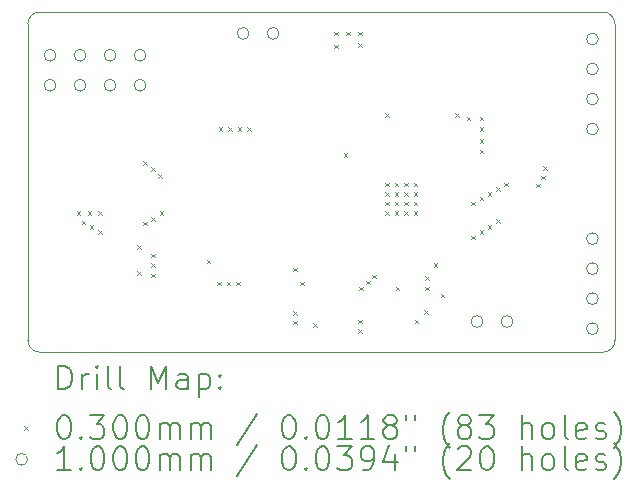
<source format=gbr>
%TF.GenerationSoftware,KiCad,Pcbnew,8.0.4*%
%TF.CreationDate,2024-07-21T22:14:21+02:00*%
%TF.ProjectId,koyomi-keyboard-adapter,6b6f796f-6d69-42d6-9b65-79626f617264,rev?*%
%TF.SameCoordinates,Original*%
%TF.FileFunction,Drillmap*%
%TF.FilePolarity,Positive*%
%FSLAX45Y45*%
G04 Gerber Fmt 4.5, Leading zero omitted, Abs format (unit mm)*
G04 Created by KiCad (PCBNEW 8.0.4) date 2024-07-21 22:14:21*
%MOMM*%
%LPD*%
G01*
G04 APERTURE LIST*
%ADD10C,0.050000*%
%ADD11C,0.200000*%
%ADD12C,0.100000*%
G04 APERTURE END LIST*
D10*
X1320000Y-1220000D02*
X6090000Y-1220000D01*
X6090000Y-4100000D02*
X1320000Y-4100000D01*
X6090000Y-1220000D02*
G75*
G02*
X6190000Y-1320000I0J-100000D01*
G01*
X1220000Y-4000000D02*
X1220000Y-1320000D01*
X6190000Y-1320000D02*
X6190000Y-4000000D01*
X6190000Y-4000000D02*
G75*
G02*
X6090000Y-4100000I-100000J0D01*
G01*
X1320000Y-4100000D02*
G75*
G02*
X1220000Y-4000000I0J100000D01*
G01*
X1220000Y-1320000D02*
G75*
G02*
X1320000Y-1220000I100000J0D01*
G01*
D11*
D12*
X1635000Y-2905000D02*
X1665000Y-2935000D01*
X1665000Y-2905000D02*
X1635000Y-2935000D01*
X1674980Y-2984990D02*
X1704980Y-3014990D01*
X1704980Y-2984990D02*
X1674980Y-3014990D01*
X1725000Y-2905000D02*
X1755000Y-2935000D01*
X1755000Y-2905000D02*
X1725000Y-2935000D01*
X1744980Y-3024990D02*
X1774980Y-3054990D01*
X1774980Y-3024990D02*
X1744980Y-3054990D01*
X1814980Y-3064990D02*
X1844980Y-3094990D01*
X1844980Y-3064990D02*
X1814980Y-3094990D01*
X1815010Y-2905000D02*
X1845010Y-2935000D01*
X1845010Y-2905000D02*
X1815010Y-2935000D01*
X2145000Y-3195000D02*
X2175000Y-3225000D01*
X2175000Y-3195000D02*
X2145000Y-3225000D01*
X2145000Y-3415000D02*
X2175000Y-3445000D01*
X2175000Y-3415000D02*
X2145000Y-3445000D01*
X2195000Y-2485000D02*
X2225000Y-2515000D01*
X2225000Y-2485000D02*
X2195000Y-2515000D01*
X2195000Y-2995000D02*
X2225000Y-3025000D01*
X2225000Y-2995000D02*
X2195000Y-3025000D01*
X2265000Y-2535000D02*
X2295000Y-2565000D01*
X2295000Y-2535000D02*
X2265000Y-2565000D01*
X2265000Y-2955000D02*
X2295000Y-2985000D01*
X2295000Y-2955000D02*
X2265000Y-2985000D01*
X2265000Y-3265000D02*
X2295000Y-3295000D01*
X2295000Y-3265000D02*
X2265000Y-3295000D01*
X2265000Y-3345000D02*
X2295000Y-3375000D01*
X2295000Y-3345000D02*
X2265000Y-3375000D01*
X2265000Y-3435000D02*
X2295000Y-3465000D01*
X2295000Y-3435000D02*
X2265000Y-3465000D01*
X2325000Y-2595000D02*
X2355000Y-2625000D01*
X2355000Y-2595000D02*
X2325000Y-2625000D01*
X2335000Y-2905000D02*
X2365000Y-2935000D01*
X2365000Y-2905000D02*
X2335000Y-2935000D01*
X2735000Y-3315000D02*
X2765000Y-3345000D01*
X2765000Y-3315000D02*
X2735000Y-3345000D01*
X2825000Y-3505000D02*
X2855000Y-3535000D01*
X2855000Y-3505000D02*
X2825000Y-3535000D01*
X2835000Y-2195000D02*
X2865000Y-2225000D01*
X2865000Y-2195000D02*
X2835000Y-2225000D01*
X2905000Y-3505000D02*
X2935000Y-3535000D01*
X2935000Y-3505000D02*
X2905000Y-3535000D01*
X2915000Y-2195000D02*
X2945000Y-2225000D01*
X2945000Y-2195000D02*
X2915000Y-2225000D01*
X2985000Y-3505000D02*
X3015000Y-3535000D01*
X3015000Y-3505000D02*
X2985000Y-3535000D01*
X2995000Y-2195000D02*
X3025000Y-2225000D01*
X3025000Y-2195000D02*
X2995000Y-2225000D01*
X3075000Y-2195000D02*
X3105000Y-2225000D01*
X3105000Y-2195000D02*
X3075000Y-2225000D01*
X3465000Y-3385000D02*
X3495000Y-3415000D01*
X3495000Y-3385000D02*
X3465000Y-3415000D01*
X3465000Y-3755000D02*
X3495000Y-3785000D01*
X3495000Y-3755000D02*
X3465000Y-3785000D01*
X3465000Y-3835000D02*
X3495000Y-3865000D01*
X3495000Y-3835000D02*
X3465000Y-3865000D01*
X3525000Y-3505000D02*
X3555000Y-3535000D01*
X3555000Y-3505000D02*
X3525000Y-3535000D01*
X3635000Y-3855000D02*
X3665000Y-3885000D01*
X3665000Y-3855000D02*
X3635000Y-3885000D01*
X3815000Y-1385000D02*
X3845000Y-1415000D01*
X3845000Y-1385000D02*
X3815000Y-1415000D01*
X3815000Y-1495000D02*
X3845000Y-1525000D01*
X3845000Y-1495000D02*
X3815000Y-1525000D01*
X3895000Y-2415000D02*
X3925000Y-2445000D01*
X3925000Y-2415000D02*
X3895000Y-2445000D01*
X3915000Y-1385000D02*
X3945000Y-1415000D01*
X3945000Y-1385000D02*
X3915000Y-1415000D01*
X4015000Y-1385000D02*
X4045000Y-1415000D01*
X4045000Y-1385000D02*
X4015000Y-1415000D01*
X4015000Y-1485000D02*
X4045000Y-1515000D01*
X4045000Y-1485000D02*
X4015000Y-1515000D01*
X4015000Y-3825000D02*
X4045000Y-3855000D01*
X4045000Y-3825000D02*
X4015000Y-3855000D01*
X4015000Y-3905000D02*
X4045000Y-3935000D01*
X4045000Y-3905000D02*
X4015000Y-3935000D01*
X4025000Y-3545000D02*
X4055000Y-3575000D01*
X4055000Y-3545000D02*
X4025000Y-3575000D01*
X4085000Y-3495000D02*
X4115000Y-3525000D01*
X4115000Y-3495000D02*
X4085000Y-3525000D01*
X4135000Y-3445000D02*
X4165000Y-3475000D01*
X4165000Y-3445000D02*
X4135000Y-3475000D01*
X4245000Y-2075000D02*
X4275000Y-2105000D01*
X4275000Y-2075000D02*
X4245000Y-2105000D01*
X4245000Y-2665000D02*
X4275000Y-2695000D01*
X4275000Y-2665000D02*
X4245000Y-2695000D01*
X4245000Y-2745000D02*
X4275000Y-2775000D01*
X4275000Y-2745000D02*
X4245000Y-2775000D01*
X4245000Y-2825000D02*
X4275000Y-2855000D01*
X4275000Y-2825000D02*
X4245000Y-2855000D01*
X4245000Y-2905000D02*
X4275000Y-2935000D01*
X4275000Y-2905000D02*
X4245000Y-2935000D01*
X4325000Y-2665000D02*
X4355000Y-2695000D01*
X4355000Y-2665000D02*
X4325000Y-2695000D01*
X4325000Y-2745000D02*
X4355000Y-2775000D01*
X4355000Y-2745000D02*
X4325000Y-2775000D01*
X4325000Y-2825000D02*
X4355000Y-2855000D01*
X4355000Y-2825000D02*
X4325000Y-2855000D01*
X4325000Y-2905000D02*
X4355000Y-2935000D01*
X4355000Y-2905000D02*
X4325000Y-2935000D01*
X4335000Y-3545000D02*
X4365000Y-3575000D01*
X4365000Y-3545000D02*
X4335000Y-3575000D01*
X4405000Y-2665000D02*
X4435000Y-2695000D01*
X4435000Y-2665000D02*
X4405000Y-2695000D01*
X4405000Y-2745000D02*
X4435000Y-2775000D01*
X4435000Y-2745000D02*
X4405000Y-2775000D01*
X4405000Y-2825000D02*
X4435000Y-2855000D01*
X4435000Y-2825000D02*
X4405000Y-2855000D01*
X4405000Y-2905000D02*
X4435000Y-2935000D01*
X4435000Y-2905000D02*
X4405000Y-2935000D01*
X4485000Y-2665000D02*
X4515000Y-2695000D01*
X4515000Y-2665000D02*
X4485000Y-2695000D01*
X4485000Y-2745000D02*
X4515000Y-2775000D01*
X4515000Y-2745000D02*
X4485000Y-2775000D01*
X4485000Y-2825000D02*
X4515000Y-2855000D01*
X4515000Y-2825000D02*
X4485000Y-2855000D01*
X4485000Y-2905000D02*
X4515000Y-2935000D01*
X4515000Y-2905000D02*
X4485000Y-2935000D01*
X4495000Y-3825000D02*
X4525000Y-3855000D01*
X4525000Y-3825000D02*
X4495000Y-3855000D01*
X4575000Y-3745000D02*
X4605000Y-3775000D01*
X4605000Y-3745000D02*
X4575000Y-3775000D01*
X4585000Y-3455000D02*
X4615000Y-3485000D01*
X4615000Y-3455000D02*
X4585000Y-3485000D01*
X4585000Y-3545000D02*
X4615000Y-3575000D01*
X4615000Y-3545000D02*
X4585000Y-3575000D01*
X4655000Y-3345000D02*
X4685000Y-3375000D01*
X4685000Y-3345000D02*
X4655000Y-3375000D01*
X4715000Y-3605000D02*
X4745000Y-3635000D01*
X4745000Y-3605000D02*
X4715000Y-3635000D01*
X4839000Y-2075000D02*
X4869000Y-2105000D01*
X4869000Y-2075000D02*
X4839000Y-2105000D01*
X4935000Y-2105000D02*
X4965000Y-2135000D01*
X4965000Y-2105000D02*
X4935000Y-2135000D01*
X4975000Y-2825000D02*
X5005000Y-2855000D01*
X5005000Y-2825000D02*
X4975000Y-2855000D01*
X4975000Y-3115000D02*
X5005000Y-3145000D01*
X5005000Y-3115000D02*
X4975000Y-3145000D01*
X5045000Y-2105000D02*
X5075000Y-2135000D01*
X5075000Y-2105000D02*
X5045000Y-2135000D01*
X5045000Y-2195000D02*
X5075000Y-2225000D01*
X5075000Y-2195000D02*
X5045000Y-2225000D01*
X5045000Y-2295000D02*
X5075000Y-2325000D01*
X5075000Y-2295000D02*
X5045000Y-2325000D01*
X5045000Y-2385000D02*
X5075000Y-2415000D01*
X5075000Y-2385000D02*
X5045000Y-2415000D01*
X5045000Y-2785000D02*
X5075000Y-2815000D01*
X5075000Y-2785000D02*
X5045000Y-2815000D01*
X5045000Y-3065000D02*
X5075000Y-3095000D01*
X5075000Y-3065000D02*
X5045000Y-3095000D01*
X5115000Y-2745000D02*
X5145000Y-2775000D01*
X5145000Y-2745000D02*
X5115000Y-2775000D01*
X5115000Y-3025000D02*
X5145000Y-3055000D01*
X5145000Y-3025000D02*
X5115000Y-3055000D01*
X5185000Y-2705000D02*
X5215000Y-2735000D01*
X5215000Y-2705000D02*
X5185000Y-2735000D01*
X5185000Y-2975000D02*
X5215000Y-3005000D01*
X5215000Y-2975000D02*
X5185000Y-3005000D01*
X5255010Y-2665010D02*
X5285010Y-2695010D01*
X5285010Y-2665010D02*
X5255010Y-2695010D01*
X5525000Y-2675000D02*
X5555000Y-2705000D01*
X5555000Y-2675000D02*
X5525000Y-2705000D01*
X5565000Y-2605000D02*
X5595000Y-2635000D01*
X5595000Y-2605000D02*
X5565000Y-2635000D01*
X5585000Y-2525000D02*
X5615000Y-2555000D01*
X5615000Y-2525000D02*
X5585000Y-2555000D01*
X1458000Y-1586000D02*
G75*
G02*
X1358000Y-1586000I-50000J0D01*
G01*
X1358000Y-1586000D02*
G75*
G02*
X1458000Y-1586000I50000J0D01*
G01*
X1458000Y-1840000D02*
G75*
G02*
X1358000Y-1840000I-50000J0D01*
G01*
X1358000Y-1840000D02*
G75*
G02*
X1458000Y-1840000I50000J0D01*
G01*
X1712000Y-1586000D02*
G75*
G02*
X1612000Y-1586000I-50000J0D01*
G01*
X1612000Y-1586000D02*
G75*
G02*
X1712000Y-1586000I50000J0D01*
G01*
X1712000Y-1840000D02*
G75*
G02*
X1612000Y-1840000I-50000J0D01*
G01*
X1612000Y-1840000D02*
G75*
G02*
X1712000Y-1840000I50000J0D01*
G01*
X1966000Y-1586000D02*
G75*
G02*
X1866000Y-1586000I-50000J0D01*
G01*
X1866000Y-1586000D02*
G75*
G02*
X1966000Y-1586000I50000J0D01*
G01*
X1966000Y-1840000D02*
G75*
G02*
X1866000Y-1840000I-50000J0D01*
G01*
X1866000Y-1840000D02*
G75*
G02*
X1966000Y-1840000I50000J0D01*
G01*
X2220000Y-1586000D02*
G75*
G02*
X2120000Y-1586000I-50000J0D01*
G01*
X2120000Y-1586000D02*
G75*
G02*
X2220000Y-1586000I50000J0D01*
G01*
X2220000Y-1840000D02*
G75*
G02*
X2120000Y-1840000I-50000J0D01*
G01*
X2120000Y-1840000D02*
G75*
G02*
X2220000Y-1840000I50000J0D01*
G01*
X3092500Y-1400000D02*
G75*
G02*
X2992500Y-1400000I-50000J0D01*
G01*
X2992500Y-1400000D02*
G75*
G02*
X3092500Y-1400000I50000J0D01*
G01*
X3346500Y-1400000D02*
G75*
G02*
X3246500Y-1400000I-50000J0D01*
G01*
X3246500Y-1400000D02*
G75*
G02*
X3346500Y-1400000I50000J0D01*
G01*
X5072500Y-3840000D02*
G75*
G02*
X4972500Y-3840000I-50000J0D01*
G01*
X4972500Y-3840000D02*
G75*
G02*
X5072500Y-3840000I50000J0D01*
G01*
X5326500Y-3840000D02*
G75*
G02*
X5226500Y-3840000I-50000J0D01*
G01*
X5226500Y-3840000D02*
G75*
G02*
X5326500Y-3840000I50000J0D01*
G01*
X6050000Y-1448000D02*
G75*
G02*
X5950000Y-1448000I-50000J0D01*
G01*
X5950000Y-1448000D02*
G75*
G02*
X6050000Y-1448000I50000J0D01*
G01*
X6050000Y-1702000D02*
G75*
G02*
X5950000Y-1702000I-50000J0D01*
G01*
X5950000Y-1702000D02*
G75*
G02*
X6050000Y-1702000I50000J0D01*
G01*
X6050000Y-1956000D02*
G75*
G02*
X5950000Y-1956000I-50000J0D01*
G01*
X5950000Y-1956000D02*
G75*
G02*
X6050000Y-1956000I50000J0D01*
G01*
X6050000Y-2210000D02*
G75*
G02*
X5950000Y-2210000I-50000J0D01*
G01*
X5950000Y-2210000D02*
G75*
G02*
X6050000Y-2210000I50000J0D01*
G01*
X6050000Y-3138000D02*
G75*
G02*
X5950000Y-3138000I-50000J0D01*
G01*
X5950000Y-3138000D02*
G75*
G02*
X6050000Y-3138000I50000J0D01*
G01*
X6050000Y-3392000D02*
G75*
G02*
X5950000Y-3392000I-50000J0D01*
G01*
X5950000Y-3392000D02*
G75*
G02*
X6050000Y-3392000I50000J0D01*
G01*
X6050000Y-3646000D02*
G75*
G02*
X5950000Y-3646000I-50000J0D01*
G01*
X5950000Y-3646000D02*
G75*
G02*
X6050000Y-3646000I50000J0D01*
G01*
X6050000Y-3900000D02*
G75*
G02*
X5950000Y-3900000I-50000J0D01*
G01*
X5950000Y-3900000D02*
G75*
G02*
X6050000Y-3900000I50000J0D01*
G01*
D11*
X1478277Y-4413984D02*
X1478277Y-4213984D01*
X1478277Y-4213984D02*
X1525896Y-4213984D01*
X1525896Y-4213984D02*
X1554467Y-4223508D01*
X1554467Y-4223508D02*
X1573515Y-4242555D01*
X1573515Y-4242555D02*
X1583039Y-4261603D01*
X1583039Y-4261603D02*
X1592562Y-4299698D01*
X1592562Y-4299698D02*
X1592562Y-4328270D01*
X1592562Y-4328270D02*
X1583039Y-4366365D01*
X1583039Y-4366365D02*
X1573515Y-4385412D01*
X1573515Y-4385412D02*
X1554467Y-4404460D01*
X1554467Y-4404460D02*
X1525896Y-4413984D01*
X1525896Y-4413984D02*
X1478277Y-4413984D01*
X1678277Y-4413984D02*
X1678277Y-4280650D01*
X1678277Y-4318746D02*
X1687801Y-4299698D01*
X1687801Y-4299698D02*
X1697324Y-4290174D01*
X1697324Y-4290174D02*
X1716372Y-4280650D01*
X1716372Y-4280650D02*
X1735420Y-4280650D01*
X1802086Y-4413984D02*
X1802086Y-4280650D01*
X1802086Y-4213984D02*
X1792562Y-4223508D01*
X1792562Y-4223508D02*
X1802086Y-4233031D01*
X1802086Y-4233031D02*
X1811610Y-4223508D01*
X1811610Y-4223508D02*
X1802086Y-4213984D01*
X1802086Y-4213984D02*
X1802086Y-4233031D01*
X1925896Y-4413984D02*
X1906848Y-4404460D01*
X1906848Y-4404460D02*
X1897324Y-4385412D01*
X1897324Y-4385412D02*
X1897324Y-4213984D01*
X2030658Y-4413984D02*
X2011610Y-4404460D01*
X2011610Y-4404460D02*
X2002086Y-4385412D01*
X2002086Y-4385412D02*
X2002086Y-4213984D01*
X2259229Y-4413984D02*
X2259229Y-4213984D01*
X2259229Y-4213984D02*
X2325896Y-4356841D01*
X2325896Y-4356841D02*
X2392563Y-4213984D01*
X2392563Y-4213984D02*
X2392563Y-4413984D01*
X2573515Y-4413984D02*
X2573515Y-4309222D01*
X2573515Y-4309222D02*
X2563991Y-4290174D01*
X2563991Y-4290174D02*
X2544944Y-4280650D01*
X2544944Y-4280650D02*
X2506848Y-4280650D01*
X2506848Y-4280650D02*
X2487801Y-4290174D01*
X2573515Y-4404460D02*
X2554467Y-4413984D01*
X2554467Y-4413984D02*
X2506848Y-4413984D01*
X2506848Y-4413984D02*
X2487801Y-4404460D01*
X2487801Y-4404460D02*
X2478277Y-4385412D01*
X2478277Y-4385412D02*
X2478277Y-4366365D01*
X2478277Y-4366365D02*
X2487801Y-4347317D01*
X2487801Y-4347317D02*
X2506848Y-4337793D01*
X2506848Y-4337793D02*
X2554467Y-4337793D01*
X2554467Y-4337793D02*
X2573515Y-4328270D01*
X2668753Y-4280650D02*
X2668753Y-4480650D01*
X2668753Y-4290174D02*
X2687801Y-4280650D01*
X2687801Y-4280650D02*
X2725896Y-4280650D01*
X2725896Y-4280650D02*
X2744944Y-4290174D01*
X2744944Y-4290174D02*
X2754467Y-4299698D01*
X2754467Y-4299698D02*
X2763991Y-4318746D01*
X2763991Y-4318746D02*
X2763991Y-4375889D01*
X2763991Y-4375889D02*
X2754467Y-4394936D01*
X2754467Y-4394936D02*
X2744944Y-4404460D01*
X2744944Y-4404460D02*
X2725896Y-4413984D01*
X2725896Y-4413984D02*
X2687801Y-4413984D01*
X2687801Y-4413984D02*
X2668753Y-4404460D01*
X2849705Y-4394936D02*
X2859229Y-4404460D01*
X2859229Y-4404460D02*
X2849705Y-4413984D01*
X2849705Y-4413984D02*
X2840182Y-4404460D01*
X2840182Y-4404460D02*
X2849705Y-4394936D01*
X2849705Y-4394936D02*
X2849705Y-4413984D01*
X2849705Y-4290174D02*
X2859229Y-4299698D01*
X2859229Y-4299698D02*
X2849705Y-4309222D01*
X2849705Y-4309222D02*
X2840182Y-4299698D01*
X2840182Y-4299698D02*
X2849705Y-4290174D01*
X2849705Y-4290174D02*
X2849705Y-4309222D01*
D12*
X1187500Y-4727500D02*
X1217500Y-4757500D01*
X1217500Y-4727500D02*
X1187500Y-4757500D01*
D11*
X1516372Y-4633984D02*
X1535420Y-4633984D01*
X1535420Y-4633984D02*
X1554467Y-4643508D01*
X1554467Y-4643508D02*
X1563991Y-4653031D01*
X1563991Y-4653031D02*
X1573515Y-4672079D01*
X1573515Y-4672079D02*
X1583039Y-4710174D01*
X1583039Y-4710174D02*
X1583039Y-4757793D01*
X1583039Y-4757793D02*
X1573515Y-4795889D01*
X1573515Y-4795889D02*
X1563991Y-4814936D01*
X1563991Y-4814936D02*
X1554467Y-4824460D01*
X1554467Y-4824460D02*
X1535420Y-4833984D01*
X1535420Y-4833984D02*
X1516372Y-4833984D01*
X1516372Y-4833984D02*
X1497324Y-4824460D01*
X1497324Y-4824460D02*
X1487801Y-4814936D01*
X1487801Y-4814936D02*
X1478277Y-4795889D01*
X1478277Y-4795889D02*
X1468753Y-4757793D01*
X1468753Y-4757793D02*
X1468753Y-4710174D01*
X1468753Y-4710174D02*
X1478277Y-4672079D01*
X1478277Y-4672079D02*
X1487801Y-4653031D01*
X1487801Y-4653031D02*
X1497324Y-4643508D01*
X1497324Y-4643508D02*
X1516372Y-4633984D01*
X1668753Y-4814936D02*
X1678277Y-4824460D01*
X1678277Y-4824460D02*
X1668753Y-4833984D01*
X1668753Y-4833984D02*
X1659229Y-4824460D01*
X1659229Y-4824460D02*
X1668753Y-4814936D01*
X1668753Y-4814936D02*
X1668753Y-4833984D01*
X1744943Y-4633984D02*
X1868753Y-4633984D01*
X1868753Y-4633984D02*
X1802086Y-4710174D01*
X1802086Y-4710174D02*
X1830658Y-4710174D01*
X1830658Y-4710174D02*
X1849705Y-4719698D01*
X1849705Y-4719698D02*
X1859229Y-4729222D01*
X1859229Y-4729222D02*
X1868753Y-4748270D01*
X1868753Y-4748270D02*
X1868753Y-4795889D01*
X1868753Y-4795889D02*
X1859229Y-4814936D01*
X1859229Y-4814936D02*
X1849705Y-4824460D01*
X1849705Y-4824460D02*
X1830658Y-4833984D01*
X1830658Y-4833984D02*
X1773515Y-4833984D01*
X1773515Y-4833984D02*
X1754467Y-4824460D01*
X1754467Y-4824460D02*
X1744943Y-4814936D01*
X1992562Y-4633984D02*
X2011610Y-4633984D01*
X2011610Y-4633984D02*
X2030658Y-4643508D01*
X2030658Y-4643508D02*
X2040182Y-4653031D01*
X2040182Y-4653031D02*
X2049705Y-4672079D01*
X2049705Y-4672079D02*
X2059229Y-4710174D01*
X2059229Y-4710174D02*
X2059229Y-4757793D01*
X2059229Y-4757793D02*
X2049705Y-4795889D01*
X2049705Y-4795889D02*
X2040182Y-4814936D01*
X2040182Y-4814936D02*
X2030658Y-4824460D01*
X2030658Y-4824460D02*
X2011610Y-4833984D01*
X2011610Y-4833984D02*
X1992562Y-4833984D01*
X1992562Y-4833984D02*
X1973515Y-4824460D01*
X1973515Y-4824460D02*
X1963991Y-4814936D01*
X1963991Y-4814936D02*
X1954467Y-4795889D01*
X1954467Y-4795889D02*
X1944943Y-4757793D01*
X1944943Y-4757793D02*
X1944943Y-4710174D01*
X1944943Y-4710174D02*
X1954467Y-4672079D01*
X1954467Y-4672079D02*
X1963991Y-4653031D01*
X1963991Y-4653031D02*
X1973515Y-4643508D01*
X1973515Y-4643508D02*
X1992562Y-4633984D01*
X2183039Y-4633984D02*
X2202086Y-4633984D01*
X2202086Y-4633984D02*
X2221134Y-4643508D01*
X2221134Y-4643508D02*
X2230658Y-4653031D01*
X2230658Y-4653031D02*
X2240182Y-4672079D01*
X2240182Y-4672079D02*
X2249705Y-4710174D01*
X2249705Y-4710174D02*
X2249705Y-4757793D01*
X2249705Y-4757793D02*
X2240182Y-4795889D01*
X2240182Y-4795889D02*
X2230658Y-4814936D01*
X2230658Y-4814936D02*
X2221134Y-4824460D01*
X2221134Y-4824460D02*
X2202086Y-4833984D01*
X2202086Y-4833984D02*
X2183039Y-4833984D01*
X2183039Y-4833984D02*
X2163991Y-4824460D01*
X2163991Y-4824460D02*
X2154467Y-4814936D01*
X2154467Y-4814936D02*
X2144944Y-4795889D01*
X2144944Y-4795889D02*
X2135420Y-4757793D01*
X2135420Y-4757793D02*
X2135420Y-4710174D01*
X2135420Y-4710174D02*
X2144944Y-4672079D01*
X2144944Y-4672079D02*
X2154467Y-4653031D01*
X2154467Y-4653031D02*
X2163991Y-4643508D01*
X2163991Y-4643508D02*
X2183039Y-4633984D01*
X2335420Y-4833984D02*
X2335420Y-4700650D01*
X2335420Y-4719698D02*
X2344944Y-4710174D01*
X2344944Y-4710174D02*
X2363991Y-4700650D01*
X2363991Y-4700650D02*
X2392563Y-4700650D01*
X2392563Y-4700650D02*
X2411610Y-4710174D01*
X2411610Y-4710174D02*
X2421134Y-4729222D01*
X2421134Y-4729222D02*
X2421134Y-4833984D01*
X2421134Y-4729222D02*
X2430658Y-4710174D01*
X2430658Y-4710174D02*
X2449705Y-4700650D01*
X2449705Y-4700650D02*
X2478277Y-4700650D01*
X2478277Y-4700650D02*
X2497325Y-4710174D01*
X2497325Y-4710174D02*
X2506848Y-4729222D01*
X2506848Y-4729222D02*
X2506848Y-4833984D01*
X2602086Y-4833984D02*
X2602086Y-4700650D01*
X2602086Y-4719698D02*
X2611610Y-4710174D01*
X2611610Y-4710174D02*
X2630658Y-4700650D01*
X2630658Y-4700650D02*
X2659229Y-4700650D01*
X2659229Y-4700650D02*
X2678277Y-4710174D01*
X2678277Y-4710174D02*
X2687801Y-4729222D01*
X2687801Y-4729222D02*
X2687801Y-4833984D01*
X2687801Y-4729222D02*
X2697325Y-4710174D01*
X2697325Y-4710174D02*
X2716372Y-4700650D01*
X2716372Y-4700650D02*
X2744944Y-4700650D01*
X2744944Y-4700650D02*
X2763991Y-4710174D01*
X2763991Y-4710174D02*
X2773515Y-4729222D01*
X2773515Y-4729222D02*
X2773515Y-4833984D01*
X3163991Y-4624460D02*
X2992563Y-4881603D01*
X3421134Y-4633984D02*
X3440182Y-4633984D01*
X3440182Y-4633984D02*
X3459229Y-4643508D01*
X3459229Y-4643508D02*
X3468753Y-4653031D01*
X3468753Y-4653031D02*
X3478277Y-4672079D01*
X3478277Y-4672079D02*
X3487801Y-4710174D01*
X3487801Y-4710174D02*
X3487801Y-4757793D01*
X3487801Y-4757793D02*
X3478277Y-4795889D01*
X3478277Y-4795889D02*
X3468753Y-4814936D01*
X3468753Y-4814936D02*
X3459229Y-4824460D01*
X3459229Y-4824460D02*
X3440182Y-4833984D01*
X3440182Y-4833984D02*
X3421134Y-4833984D01*
X3421134Y-4833984D02*
X3402086Y-4824460D01*
X3402086Y-4824460D02*
X3392563Y-4814936D01*
X3392563Y-4814936D02*
X3383039Y-4795889D01*
X3383039Y-4795889D02*
X3373515Y-4757793D01*
X3373515Y-4757793D02*
X3373515Y-4710174D01*
X3373515Y-4710174D02*
X3383039Y-4672079D01*
X3383039Y-4672079D02*
X3392563Y-4653031D01*
X3392563Y-4653031D02*
X3402086Y-4643508D01*
X3402086Y-4643508D02*
X3421134Y-4633984D01*
X3573515Y-4814936D02*
X3583039Y-4824460D01*
X3583039Y-4824460D02*
X3573515Y-4833984D01*
X3573515Y-4833984D02*
X3563991Y-4824460D01*
X3563991Y-4824460D02*
X3573515Y-4814936D01*
X3573515Y-4814936D02*
X3573515Y-4833984D01*
X3706848Y-4633984D02*
X3725896Y-4633984D01*
X3725896Y-4633984D02*
X3744944Y-4643508D01*
X3744944Y-4643508D02*
X3754467Y-4653031D01*
X3754467Y-4653031D02*
X3763991Y-4672079D01*
X3763991Y-4672079D02*
X3773515Y-4710174D01*
X3773515Y-4710174D02*
X3773515Y-4757793D01*
X3773515Y-4757793D02*
X3763991Y-4795889D01*
X3763991Y-4795889D02*
X3754467Y-4814936D01*
X3754467Y-4814936D02*
X3744944Y-4824460D01*
X3744944Y-4824460D02*
X3725896Y-4833984D01*
X3725896Y-4833984D02*
X3706848Y-4833984D01*
X3706848Y-4833984D02*
X3687801Y-4824460D01*
X3687801Y-4824460D02*
X3678277Y-4814936D01*
X3678277Y-4814936D02*
X3668753Y-4795889D01*
X3668753Y-4795889D02*
X3659229Y-4757793D01*
X3659229Y-4757793D02*
X3659229Y-4710174D01*
X3659229Y-4710174D02*
X3668753Y-4672079D01*
X3668753Y-4672079D02*
X3678277Y-4653031D01*
X3678277Y-4653031D02*
X3687801Y-4643508D01*
X3687801Y-4643508D02*
X3706848Y-4633984D01*
X3963991Y-4833984D02*
X3849706Y-4833984D01*
X3906848Y-4833984D02*
X3906848Y-4633984D01*
X3906848Y-4633984D02*
X3887801Y-4662555D01*
X3887801Y-4662555D02*
X3868753Y-4681603D01*
X3868753Y-4681603D02*
X3849706Y-4691127D01*
X4154467Y-4833984D02*
X4040182Y-4833984D01*
X4097325Y-4833984D02*
X4097325Y-4633984D01*
X4097325Y-4633984D02*
X4078277Y-4662555D01*
X4078277Y-4662555D02*
X4059229Y-4681603D01*
X4059229Y-4681603D02*
X4040182Y-4691127D01*
X4268753Y-4719698D02*
X4249706Y-4710174D01*
X4249706Y-4710174D02*
X4240182Y-4700650D01*
X4240182Y-4700650D02*
X4230658Y-4681603D01*
X4230658Y-4681603D02*
X4230658Y-4672079D01*
X4230658Y-4672079D02*
X4240182Y-4653031D01*
X4240182Y-4653031D02*
X4249706Y-4643508D01*
X4249706Y-4643508D02*
X4268753Y-4633984D01*
X4268753Y-4633984D02*
X4306849Y-4633984D01*
X4306849Y-4633984D02*
X4325896Y-4643508D01*
X4325896Y-4643508D02*
X4335420Y-4653031D01*
X4335420Y-4653031D02*
X4344944Y-4672079D01*
X4344944Y-4672079D02*
X4344944Y-4681603D01*
X4344944Y-4681603D02*
X4335420Y-4700650D01*
X4335420Y-4700650D02*
X4325896Y-4710174D01*
X4325896Y-4710174D02*
X4306849Y-4719698D01*
X4306849Y-4719698D02*
X4268753Y-4719698D01*
X4268753Y-4719698D02*
X4249706Y-4729222D01*
X4249706Y-4729222D02*
X4240182Y-4738746D01*
X4240182Y-4738746D02*
X4230658Y-4757793D01*
X4230658Y-4757793D02*
X4230658Y-4795889D01*
X4230658Y-4795889D02*
X4240182Y-4814936D01*
X4240182Y-4814936D02*
X4249706Y-4824460D01*
X4249706Y-4824460D02*
X4268753Y-4833984D01*
X4268753Y-4833984D02*
X4306849Y-4833984D01*
X4306849Y-4833984D02*
X4325896Y-4824460D01*
X4325896Y-4824460D02*
X4335420Y-4814936D01*
X4335420Y-4814936D02*
X4344944Y-4795889D01*
X4344944Y-4795889D02*
X4344944Y-4757793D01*
X4344944Y-4757793D02*
X4335420Y-4738746D01*
X4335420Y-4738746D02*
X4325896Y-4729222D01*
X4325896Y-4729222D02*
X4306849Y-4719698D01*
X4421134Y-4633984D02*
X4421134Y-4672079D01*
X4497325Y-4633984D02*
X4497325Y-4672079D01*
X4792563Y-4910174D02*
X4783039Y-4900650D01*
X4783039Y-4900650D02*
X4763991Y-4872079D01*
X4763991Y-4872079D02*
X4754468Y-4853031D01*
X4754468Y-4853031D02*
X4744944Y-4824460D01*
X4744944Y-4824460D02*
X4735420Y-4776841D01*
X4735420Y-4776841D02*
X4735420Y-4738746D01*
X4735420Y-4738746D02*
X4744944Y-4691127D01*
X4744944Y-4691127D02*
X4754468Y-4662555D01*
X4754468Y-4662555D02*
X4763991Y-4643508D01*
X4763991Y-4643508D02*
X4783039Y-4614936D01*
X4783039Y-4614936D02*
X4792563Y-4605412D01*
X4897325Y-4719698D02*
X4878277Y-4710174D01*
X4878277Y-4710174D02*
X4868753Y-4700650D01*
X4868753Y-4700650D02*
X4859230Y-4681603D01*
X4859230Y-4681603D02*
X4859230Y-4672079D01*
X4859230Y-4672079D02*
X4868753Y-4653031D01*
X4868753Y-4653031D02*
X4878277Y-4643508D01*
X4878277Y-4643508D02*
X4897325Y-4633984D01*
X4897325Y-4633984D02*
X4935420Y-4633984D01*
X4935420Y-4633984D02*
X4954468Y-4643508D01*
X4954468Y-4643508D02*
X4963991Y-4653031D01*
X4963991Y-4653031D02*
X4973515Y-4672079D01*
X4973515Y-4672079D02*
X4973515Y-4681603D01*
X4973515Y-4681603D02*
X4963991Y-4700650D01*
X4963991Y-4700650D02*
X4954468Y-4710174D01*
X4954468Y-4710174D02*
X4935420Y-4719698D01*
X4935420Y-4719698D02*
X4897325Y-4719698D01*
X4897325Y-4719698D02*
X4878277Y-4729222D01*
X4878277Y-4729222D02*
X4868753Y-4738746D01*
X4868753Y-4738746D02*
X4859230Y-4757793D01*
X4859230Y-4757793D02*
X4859230Y-4795889D01*
X4859230Y-4795889D02*
X4868753Y-4814936D01*
X4868753Y-4814936D02*
X4878277Y-4824460D01*
X4878277Y-4824460D02*
X4897325Y-4833984D01*
X4897325Y-4833984D02*
X4935420Y-4833984D01*
X4935420Y-4833984D02*
X4954468Y-4824460D01*
X4954468Y-4824460D02*
X4963991Y-4814936D01*
X4963991Y-4814936D02*
X4973515Y-4795889D01*
X4973515Y-4795889D02*
X4973515Y-4757793D01*
X4973515Y-4757793D02*
X4963991Y-4738746D01*
X4963991Y-4738746D02*
X4954468Y-4729222D01*
X4954468Y-4729222D02*
X4935420Y-4719698D01*
X5040182Y-4633984D02*
X5163991Y-4633984D01*
X5163991Y-4633984D02*
X5097325Y-4710174D01*
X5097325Y-4710174D02*
X5125896Y-4710174D01*
X5125896Y-4710174D02*
X5144944Y-4719698D01*
X5144944Y-4719698D02*
X5154468Y-4729222D01*
X5154468Y-4729222D02*
X5163991Y-4748270D01*
X5163991Y-4748270D02*
X5163991Y-4795889D01*
X5163991Y-4795889D02*
X5154468Y-4814936D01*
X5154468Y-4814936D02*
X5144944Y-4824460D01*
X5144944Y-4824460D02*
X5125896Y-4833984D01*
X5125896Y-4833984D02*
X5068753Y-4833984D01*
X5068753Y-4833984D02*
X5049706Y-4824460D01*
X5049706Y-4824460D02*
X5040182Y-4814936D01*
X5402087Y-4833984D02*
X5402087Y-4633984D01*
X5487801Y-4833984D02*
X5487801Y-4729222D01*
X5487801Y-4729222D02*
X5478277Y-4710174D01*
X5478277Y-4710174D02*
X5459230Y-4700650D01*
X5459230Y-4700650D02*
X5430658Y-4700650D01*
X5430658Y-4700650D02*
X5411611Y-4710174D01*
X5411611Y-4710174D02*
X5402087Y-4719698D01*
X5611610Y-4833984D02*
X5592563Y-4824460D01*
X5592563Y-4824460D02*
X5583039Y-4814936D01*
X5583039Y-4814936D02*
X5573515Y-4795889D01*
X5573515Y-4795889D02*
X5573515Y-4738746D01*
X5573515Y-4738746D02*
X5583039Y-4719698D01*
X5583039Y-4719698D02*
X5592563Y-4710174D01*
X5592563Y-4710174D02*
X5611610Y-4700650D01*
X5611610Y-4700650D02*
X5640182Y-4700650D01*
X5640182Y-4700650D02*
X5659230Y-4710174D01*
X5659230Y-4710174D02*
X5668753Y-4719698D01*
X5668753Y-4719698D02*
X5678277Y-4738746D01*
X5678277Y-4738746D02*
X5678277Y-4795889D01*
X5678277Y-4795889D02*
X5668753Y-4814936D01*
X5668753Y-4814936D02*
X5659230Y-4824460D01*
X5659230Y-4824460D02*
X5640182Y-4833984D01*
X5640182Y-4833984D02*
X5611610Y-4833984D01*
X5792563Y-4833984D02*
X5773515Y-4824460D01*
X5773515Y-4824460D02*
X5763991Y-4805412D01*
X5763991Y-4805412D02*
X5763991Y-4633984D01*
X5944944Y-4824460D02*
X5925896Y-4833984D01*
X5925896Y-4833984D02*
X5887801Y-4833984D01*
X5887801Y-4833984D02*
X5868753Y-4824460D01*
X5868753Y-4824460D02*
X5859230Y-4805412D01*
X5859230Y-4805412D02*
X5859230Y-4729222D01*
X5859230Y-4729222D02*
X5868753Y-4710174D01*
X5868753Y-4710174D02*
X5887801Y-4700650D01*
X5887801Y-4700650D02*
X5925896Y-4700650D01*
X5925896Y-4700650D02*
X5944944Y-4710174D01*
X5944944Y-4710174D02*
X5954468Y-4729222D01*
X5954468Y-4729222D02*
X5954468Y-4748270D01*
X5954468Y-4748270D02*
X5859230Y-4767317D01*
X6030658Y-4824460D02*
X6049706Y-4833984D01*
X6049706Y-4833984D02*
X6087801Y-4833984D01*
X6087801Y-4833984D02*
X6106849Y-4824460D01*
X6106849Y-4824460D02*
X6116372Y-4805412D01*
X6116372Y-4805412D02*
X6116372Y-4795889D01*
X6116372Y-4795889D02*
X6106849Y-4776841D01*
X6106849Y-4776841D02*
X6087801Y-4767317D01*
X6087801Y-4767317D02*
X6059230Y-4767317D01*
X6059230Y-4767317D02*
X6040182Y-4757793D01*
X6040182Y-4757793D02*
X6030658Y-4738746D01*
X6030658Y-4738746D02*
X6030658Y-4729222D01*
X6030658Y-4729222D02*
X6040182Y-4710174D01*
X6040182Y-4710174D02*
X6059230Y-4700650D01*
X6059230Y-4700650D02*
X6087801Y-4700650D01*
X6087801Y-4700650D02*
X6106849Y-4710174D01*
X6183039Y-4910174D02*
X6192563Y-4900650D01*
X6192563Y-4900650D02*
X6211611Y-4872079D01*
X6211611Y-4872079D02*
X6221134Y-4853031D01*
X6221134Y-4853031D02*
X6230658Y-4824460D01*
X6230658Y-4824460D02*
X6240182Y-4776841D01*
X6240182Y-4776841D02*
X6240182Y-4738746D01*
X6240182Y-4738746D02*
X6230658Y-4691127D01*
X6230658Y-4691127D02*
X6221134Y-4662555D01*
X6221134Y-4662555D02*
X6211611Y-4643508D01*
X6211611Y-4643508D02*
X6192563Y-4614936D01*
X6192563Y-4614936D02*
X6183039Y-4605412D01*
D12*
X1217500Y-5006500D02*
G75*
G02*
X1117500Y-5006500I-50000J0D01*
G01*
X1117500Y-5006500D02*
G75*
G02*
X1217500Y-5006500I50000J0D01*
G01*
D11*
X1583039Y-5097984D02*
X1468753Y-5097984D01*
X1525896Y-5097984D02*
X1525896Y-4897984D01*
X1525896Y-4897984D02*
X1506848Y-4926555D01*
X1506848Y-4926555D02*
X1487801Y-4945603D01*
X1487801Y-4945603D02*
X1468753Y-4955127D01*
X1668753Y-5078936D02*
X1678277Y-5088460D01*
X1678277Y-5088460D02*
X1668753Y-5097984D01*
X1668753Y-5097984D02*
X1659229Y-5088460D01*
X1659229Y-5088460D02*
X1668753Y-5078936D01*
X1668753Y-5078936D02*
X1668753Y-5097984D01*
X1802086Y-4897984D02*
X1821134Y-4897984D01*
X1821134Y-4897984D02*
X1840182Y-4907508D01*
X1840182Y-4907508D02*
X1849705Y-4917031D01*
X1849705Y-4917031D02*
X1859229Y-4936079D01*
X1859229Y-4936079D02*
X1868753Y-4974174D01*
X1868753Y-4974174D02*
X1868753Y-5021793D01*
X1868753Y-5021793D02*
X1859229Y-5059889D01*
X1859229Y-5059889D02*
X1849705Y-5078936D01*
X1849705Y-5078936D02*
X1840182Y-5088460D01*
X1840182Y-5088460D02*
X1821134Y-5097984D01*
X1821134Y-5097984D02*
X1802086Y-5097984D01*
X1802086Y-5097984D02*
X1783039Y-5088460D01*
X1783039Y-5088460D02*
X1773515Y-5078936D01*
X1773515Y-5078936D02*
X1763991Y-5059889D01*
X1763991Y-5059889D02*
X1754467Y-5021793D01*
X1754467Y-5021793D02*
X1754467Y-4974174D01*
X1754467Y-4974174D02*
X1763991Y-4936079D01*
X1763991Y-4936079D02*
X1773515Y-4917031D01*
X1773515Y-4917031D02*
X1783039Y-4907508D01*
X1783039Y-4907508D02*
X1802086Y-4897984D01*
X1992562Y-4897984D02*
X2011610Y-4897984D01*
X2011610Y-4897984D02*
X2030658Y-4907508D01*
X2030658Y-4907508D02*
X2040182Y-4917031D01*
X2040182Y-4917031D02*
X2049705Y-4936079D01*
X2049705Y-4936079D02*
X2059229Y-4974174D01*
X2059229Y-4974174D02*
X2059229Y-5021793D01*
X2059229Y-5021793D02*
X2049705Y-5059889D01*
X2049705Y-5059889D02*
X2040182Y-5078936D01*
X2040182Y-5078936D02*
X2030658Y-5088460D01*
X2030658Y-5088460D02*
X2011610Y-5097984D01*
X2011610Y-5097984D02*
X1992562Y-5097984D01*
X1992562Y-5097984D02*
X1973515Y-5088460D01*
X1973515Y-5088460D02*
X1963991Y-5078936D01*
X1963991Y-5078936D02*
X1954467Y-5059889D01*
X1954467Y-5059889D02*
X1944943Y-5021793D01*
X1944943Y-5021793D02*
X1944943Y-4974174D01*
X1944943Y-4974174D02*
X1954467Y-4936079D01*
X1954467Y-4936079D02*
X1963991Y-4917031D01*
X1963991Y-4917031D02*
X1973515Y-4907508D01*
X1973515Y-4907508D02*
X1992562Y-4897984D01*
X2183039Y-4897984D02*
X2202086Y-4897984D01*
X2202086Y-4897984D02*
X2221134Y-4907508D01*
X2221134Y-4907508D02*
X2230658Y-4917031D01*
X2230658Y-4917031D02*
X2240182Y-4936079D01*
X2240182Y-4936079D02*
X2249705Y-4974174D01*
X2249705Y-4974174D02*
X2249705Y-5021793D01*
X2249705Y-5021793D02*
X2240182Y-5059889D01*
X2240182Y-5059889D02*
X2230658Y-5078936D01*
X2230658Y-5078936D02*
X2221134Y-5088460D01*
X2221134Y-5088460D02*
X2202086Y-5097984D01*
X2202086Y-5097984D02*
X2183039Y-5097984D01*
X2183039Y-5097984D02*
X2163991Y-5088460D01*
X2163991Y-5088460D02*
X2154467Y-5078936D01*
X2154467Y-5078936D02*
X2144944Y-5059889D01*
X2144944Y-5059889D02*
X2135420Y-5021793D01*
X2135420Y-5021793D02*
X2135420Y-4974174D01*
X2135420Y-4974174D02*
X2144944Y-4936079D01*
X2144944Y-4936079D02*
X2154467Y-4917031D01*
X2154467Y-4917031D02*
X2163991Y-4907508D01*
X2163991Y-4907508D02*
X2183039Y-4897984D01*
X2335420Y-5097984D02*
X2335420Y-4964650D01*
X2335420Y-4983698D02*
X2344944Y-4974174D01*
X2344944Y-4974174D02*
X2363991Y-4964650D01*
X2363991Y-4964650D02*
X2392563Y-4964650D01*
X2392563Y-4964650D02*
X2411610Y-4974174D01*
X2411610Y-4974174D02*
X2421134Y-4993222D01*
X2421134Y-4993222D02*
X2421134Y-5097984D01*
X2421134Y-4993222D02*
X2430658Y-4974174D01*
X2430658Y-4974174D02*
X2449705Y-4964650D01*
X2449705Y-4964650D02*
X2478277Y-4964650D01*
X2478277Y-4964650D02*
X2497325Y-4974174D01*
X2497325Y-4974174D02*
X2506848Y-4993222D01*
X2506848Y-4993222D02*
X2506848Y-5097984D01*
X2602086Y-5097984D02*
X2602086Y-4964650D01*
X2602086Y-4983698D02*
X2611610Y-4974174D01*
X2611610Y-4974174D02*
X2630658Y-4964650D01*
X2630658Y-4964650D02*
X2659229Y-4964650D01*
X2659229Y-4964650D02*
X2678277Y-4974174D01*
X2678277Y-4974174D02*
X2687801Y-4993222D01*
X2687801Y-4993222D02*
X2687801Y-5097984D01*
X2687801Y-4993222D02*
X2697325Y-4974174D01*
X2697325Y-4974174D02*
X2716372Y-4964650D01*
X2716372Y-4964650D02*
X2744944Y-4964650D01*
X2744944Y-4964650D02*
X2763991Y-4974174D01*
X2763991Y-4974174D02*
X2773515Y-4993222D01*
X2773515Y-4993222D02*
X2773515Y-5097984D01*
X3163991Y-4888460D02*
X2992563Y-5145603D01*
X3421134Y-4897984D02*
X3440182Y-4897984D01*
X3440182Y-4897984D02*
X3459229Y-4907508D01*
X3459229Y-4907508D02*
X3468753Y-4917031D01*
X3468753Y-4917031D02*
X3478277Y-4936079D01*
X3478277Y-4936079D02*
X3487801Y-4974174D01*
X3487801Y-4974174D02*
X3487801Y-5021793D01*
X3487801Y-5021793D02*
X3478277Y-5059889D01*
X3478277Y-5059889D02*
X3468753Y-5078936D01*
X3468753Y-5078936D02*
X3459229Y-5088460D01*
X3459229Y-5088460D02*
X3440182Y-5097984D01*
X3440182Y-5097984D02*
X3421134Y-5097984D01*
X3421134Y-5097984D02*
X3402086Y-5088460D01*
X3402086Y-5088460D02*
X3392563Y-5078936D01*
X3392563Y-5078936D02*
X3383039Y-5059889D01*
X3383039Y-5059889D02*
X3373515Y-5021793D01*
X3373515Y-5021793D02*
X3373515Y-4974174D01*
X3373515Y-4974174D02*
X3383039Y-4936079D01*
X3383039Y-4936079D02*
X3392563Y-4917031D01*
X3392563Y-4917031D02*
X3402086Y-4907508D01*
X3402086Y-4907508D02*
X3421134Y-4897984D01*
X3573515Y-5078936D02*
X3583039Y-5088460D01*
X3583039Y-5088460D02*
X3573515Y-5097984D01*
X3573515Y-5097984D02*
X3563991Y-5088460D01*
X3563991Y-5088460D02*
X3573515Y-5078936D01*
X3573515Y-5078936D02*
X3573515Y-5097984D01*
X3706848Y-4897984D02*
X3725896Y-4897984D01*
X3725896Y-4897984D02*
X3744944Y-4907508D01*
X3744944Y-4907508D02*
X3754467Y-4917031D01*
X3754467Y-4917031D02*
X3763991Y-4936079D01*
X3763991Y-4936079D02*
X3773515Y-4974174D01*
X3773515Y-4974174D02*
X3773515Y-5021793D01*
X3773515Y-5021793D02*
X3763991Y-5059889D01*
X3763991Y-5059889D02*
X3754467Y-5078936D01*
X3754467Y-5078936D02*
X3744944Y-5088460D01*
X3744944Y-5088460D02*
X3725896Y-5097984D01*
X3725896Y-5097984D02*
X3706848Y-5097984D01*
X3706848Y-5097984D02*
X3687801Y-5088460D01*
X3687801Y-5088460D02*
X3678277Y-5078936D01*
X3678277Y-5078936D02*
X3668753Y-5059889D01*
X3668753Y-5059889D02*
X3659229Y-5021793D01*
X3659229Y-5021793D02*
X3659229Y-4974174D01*
X3659229Y-4974174D02*
X3668753Y-4936079D01*
X3668753Y-4936079D02*
X3678277Y-4917031D01*
X3678277Y-4917031D02*
X3687801Y-4907508D01*
X3687801Y-4907508D02*
X3706848Y-4897984D01*
X3840182Y-4897984D02*
X3963991Y-4897984D01*
X3963991Y-4897984D02*
X3897325Y-4974174D01*
X3897325Y-4974174D02*
X3925896Y-4974174D01*
X3925896Y-4974174D02*
X3944944Y-4983698D01*
X3944944Y-4983698D02*
X3954467Y-4993222D01*
X3954467Y-4993222D02*
X3963991Y-5012270D01*
X3963991Y-5012270D02*
X3963991Y-5059889D01*
X3963991Y-5059889D02*
X3954467Y-5078936D01*
X3954467Y-5078936D02*
X3944944Y-5088460D01*
X3944944Y-5088460D02*
X3925896Y-5097984D01*
X3925896Y-5097984D02*
X3868753Y-5097984D01*
X3868753Y-5097984D02*
X3849706Y-5088460D01*
X3849706Y-5088460D02*
X3840182Y-5078936D01*
X4059229Y-5097984D02*
X4097325Y-5097984D01*
X4097325Y-5097984D02*
X4116372Y-5088460D01*
X4116372Y-5088460D02*
X4125896Y-5078936D01*
X4125896Y-5078936D02*
X4144944Y-5050365D01*
X4144944Y-5050365D02*
X4154467Y-5012270D01*
X4154467Y-5012270D02*
X4154467Y-4936079D01*
X4154467Y-4936079D02*
X4144944Y-4917031D01*
X4144944Y-4917031D02*
X4135420Y-4907508D01*
X4135420Y-4907508D02*
X4116372Y-4897984D01*
X4116372Y-4897984D02*
X4078277Y-4897984D01*
X4078277Y-4897984D02*
X4059229Y-4907508D01*
X4059229Y-4907508D02*
X4049706Y-4917031D01*
X4049706Y-4917031D02*
X4040182Y-4936079D01*
X4040182Y-4936079D02*
X4040182Y-4983698D01*
X4040182Y-4983698D02*
X4049706Y-5002746D01*
X4049706Y-5002746D02*
X4059229Y-5012270D01*
X4059229Y-5012270D02*
X4078277Y-5021793D01*
X4078277Y-5021793D02*
X4116372Y-5021793D01*
X4116372Y-5021793D02*
X4135420Y-5012270D01*
X4135420Y-5012270D02*
X4144944Y-5002746D01*
X4144944Y-5002746D02*
X4154467Y-4983698D01*
X4325896Y-4964650D02*
X4325896Y-5097984D01*
X4278277Y-4888460D02*
X4230658Y-5031317D01*
X4230658Y-5031317D02*
X4354468Y-5031317D01*
X4421134Y-4897984D02*
X4421134Y-4936079D01*
X4497325Y-4897984D02*
X4497325Y-4936079D01*
X4792563Y-5174174D02*
X4783039Y-5164650D01*
X4783039Y-5164650D02*
X4763991Y-5136079D01*
X4763991Y-5136079D02*
X4754468Y-5117031D01*
X4754468Y-5117031D02*
X4744944Y-5088460D01*
X4744944Y-5088460D02*
X4735420Y-5040841D01*
X4735420Y-5040841D02*
X4735420Y-5002746D01*
X4735420Y-5002746D02*
X4744944Y-4955127D01*
X4744944Y-4955127D02*
X4754468Y-4926555D01*
X4754468Y-4926555D02*
X4763991Y-4907508D01*
X4763991Y-4907508D02*
X4783039Y-4878936D01*
X4783039Y-4878936D02*
X4792563Y-4869412D01*
X4859230Y-4917031D02*
X4868753Y-4907508D01*
X4868753Y-4907508D02*
X4887801Y-4897984D01*
X4887801Y-4897984D02*
X4935420Y-4897984D01*
X4935420Y-4897984D02*
X4954468Y-4907508D01*
X4954468Y-4907508D02*
X4963991Y-4917031D01*
X4963991Y-4917031D02*
X4973515Y-4936079D01*
X4973515Y-4936079D02*
X4973515Y-4955127D01*
X4973515Y-4955127D02*
X4963991Y-4983698D01*
X4963991Y-4983698D02*
X4849706Y-5097984D01*
X4849706Y-5097984D02*
X4973515Y-5097984D01*
X5097325Y-4897984D02*
X5116372Y-4897984D01*
X5116372Y-4897984D02*
X5135420Y-4907508D01*
X5135420Y-4907508D02*
X5144944Y-4917031D01*
X5144944Y-4917031D02*
X5154468Y-4936079D01*
X5154468Y-4936079D02*
X5163991Y-4974174D01*
X5163991Y-4974174D02*
X5163991Y-5021793D01*
X5163991Y-5021793D02*
X5154468Y-5059889D01*
X5154468Y-5059889D02*
X5144944Y-5078936D01*
X5144944Y-5078936D02*
X5135420Y-5088460D01*
X5135420Y-5088460D02*
X5116372Y-5097984D01*
X5116372Y-5097984D02*
X5097325Y-5097984D01*
X5097325Y-5097984D02*
X5078277Y-5088460D01*
X5078277Y-5088460D02*
X5068753Y-5078936D01*
X5068753Y-5078936D02*
X5059230Y-5059889D01*
X5059230Y-5059889D02*
X5049706Y-5021793D01*
X5049706Y-5021793D02*
X5049706Y-4974174D01*
X5049706Y-4974174D02*
X5059230Y-4936079D01*
X5059230Y-4936079D02*
X5068753Y-4917031D01*
X5068753Y-4917031D02*
X5078277Y-4907508D01*
X5078277Y-4907508D02*
X5097325Y-4897984D01*
X5402087Y-5097984D02*
X5402087Y-4897984D01*
X5487801Y-5097984D02*
X5487801Y-4993222D01*
X5487801Y-4993222D02*
X5478277Y-4974174D01*
X5478277Y-4974174D02*
X5459230Y-4964650D01*
X5459230Y-4964650D02*
X5430658Y-4964650D01*
X5430658Y-4964650D02*
X5411611Y-4974174D01*
X5411611Y-4974174D02*
X5402087Y-4983698D01*
X5611610Y-5097984D02*
X5592563Y-5088460D01*
X5592563Y-5088460D02*
X5583039Y-5078936D01*
X5583039Y-5078936D02*
X5573515Y-5059889D01*
X5573515Y-5059889D02*
X5573515Y-5002746D01*
X5573515Y-5002746D02*
X5583039Y-4983698D01*
X5583039Y-4983698D02*
X5592563Y-4974174D01*
X5592563Y-4974174D02*
X5611610Y-4964650D01*
X5611610Y-4964650D02*
X5640182Y-4964650D01*
X5640182Y-4964650D02*
X5659230Y-4974174D01*
X5659230Y-4974174D02*
X5668753Y-4983698D01*
X5668753Y-4983698D02*
X5678277Y-5002746D01*
X5678277Y-5002746D02*
X5678277Y-5059889D01*
X5678277Y-5059889D02*
X5668753Y-5078936D01*
X5668753Y-5078936D02*
X5659230Y-5088460D01*
X5659230Y-5088460D02*
X5640182Y-5097984D01*
X5640182Y-5097984D02*
X5611610Y-5097984D01*
X5792563Y-5097984D02*
X5773515Y-5088460D01*
X5773515Y-5088460D02*
X5763991Y-5069412D01*
X5763991Y-5069412D02*
X5763991Y-4897984D01*
X5944944Y-5088460D02*
X5925896Y-5097984D01*
X5925896Y-5097984D02*
X5887801Y-5097984D01*
X5887801Y-5097984D02*
X5868753Y-5088460D01*
X5868753Y-5088460D02*
X5859230Y-5069412D01*
X5859230Y-5069412D02*
X5859230Y-4993222D01*
X5859230Y-4993222D02*
X5868753Y-4974174D01*
X5868753Y-4974174D02*
X5887801Y-4964650D01*
X5887801Y-4964650D02*
X5925896Y-4964650D01*
X5925896Y-4964650D02*
X5944944Y-4974174D01*
X5944944Y-4974174D02*
X5954468Y-4993222D01*
X5954468Y-4993222D02*
X5954468Y-5012270D01*
X5954468Y-5012270D02*
X5859230Y-5031317D01*
X6030658Y-5088460D02*
X6049706Y-5097984D01*
X6049706Y-5097984D02*
X6087801Y-5097984D01*
X6087801Y-5097984D02*
X6106849Y-5088460D01*
X6106849Y-5088460D02*
X6116372Y-5069412D01*
X6116372Y-5069412D02*
X6116372Y-5059889D01*
X6116372Y-5059889D02*
X6106849Y-5040841D01*
X6106849Y-5040841D02*
X6087801Y-5031317D01*
X6087801Y-5031317D02*
X6059230Y-5031317D01*
X6059230Y-5031317D02*
X6040182Y-5021793D01*
X6040182Y-5021793D02*
X6030658Y-5002746D01*
X6030658Y-5002746D02*
X6030658Y-4993222D01*
X6030658Y-4993222D02*
X6040182Y-4974174D01*
X6040182Y-4974174D02*
X6059230Y-4964650D01*
X6059230Y-4964650D02*
X6087801Y-4964650D01*
X6087801Y-4964650D02*
X6106849Y-4974174D01*
X6183039Y-5174174D02*
X6192563Y-5164650D01*
X6192563Y-5164650D02*
X6211611Y-5136079D01*
X6211611Y-5136079D02*
X6221134Y-5117031D01*
X6221134Y-5117031D02*
X6230658Y-5088460D01*
X6230658Y-5088460D02*
X6240182Y-5040841D01*
X6240182Y-5040841D02*
X6240182Y-5002746D01*
X6240182Y-5002746D02*
X6230658Y-4955127D01*
X6230658Y-4955127D02*
X6221134Y-4926555D01*
X6221134Y-4926555D02*
X6211611Y-4907508D01*
X6211611Y-4907508D02*
X6192563Y-4878936D01*
X6192563Y-4878936D02*
X6183039Y-4869412D01*
M02*

</source>
